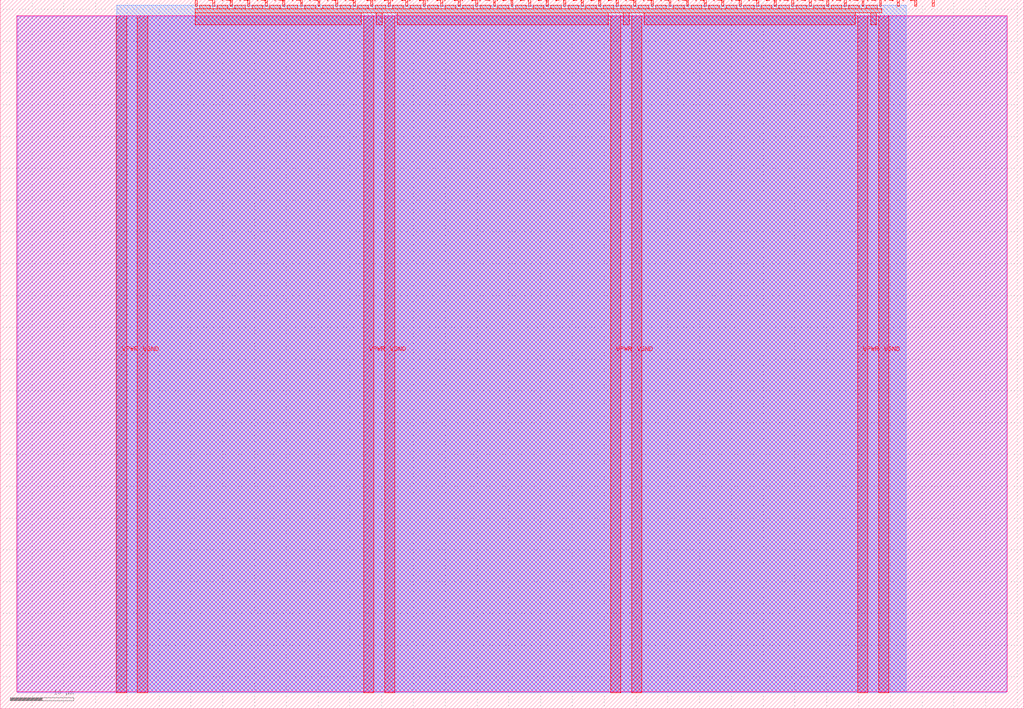
<source format=lef>
VERSION 5.7 ;
  NOWIREEXTENSIONATPIN ON ;
  DIVIDERCHAR "/" ;
  BUSBITCHARS "[]" ;
MACRO tt_um_wokwi_413919492911554561
  CLASS BLOCK ;
  FOREIGN tt_um_wokwi_413919492911554561 ;
  ORIGIN 0.000 0.000 ;
  SIZE 161.000 BY 111.520 ;
  PIN VGND
    DIRECTION INOUT ;
    USE GROUND ;
    PORT
      LAYER met4 ;
        RECT 21.580 2.480 23.180 109.040 ;
    END
    PORT
      LAYER met4 ;
        RECT 60.450 2.480 62.050 109.040 ;
    END
    PORT
      LAYER met4 ;
        RECT 99.320 2.480 100.920 109.040 ;
    END
    PORT
      LAYER met4 ;
        RECT 138.190 2.480 139.790 109.040 ;
    END
  END VGND
  PIN VPWR
    DIRECTION INOUT ;
    USE POWER ;
    PORT
      LAYER met4 ;
        RECT 18.280 2.480 19.880 109.040 ;
    END
    PORT
      LAYER met4 ;
        RECT 57.150 2.480 58.750 109.040 ;
    END
    PORT
      LAYER met4 ;
        RECT 96.020 2.480 97.620 109.040 ;
    END
    PORT
      LAYER met4 ;
        RECT 134.890 2.480 136.490 109.040 ;
    END
  END VPWR
  PIN clk
    DIRECTION INPUT ;
    USE SIGNAL ;
    PORT
      LAYER met4 ;
        RECT 143.830 110.520 144.130 111.520 ;
    END
  END clk
  PIN ena
    DIRECTION INPUT ;
    USE SIGNAL ;
    PORT
      LAYER met4 ;
        RECT 146.590 110.520 146.890 111.520 ;
    END
  END ena
  PIN rst_n
    DIRECTION INPUT ;
    USE SIGNAL ;
    PORT
      LAYER met4 ;
        RECT 141.070 110.520 141.370 111.520 ;
    END
  END rst_n
  PIN ui_in[0]
    DIRECTION INPUT ;
    USE SIGNAL ;
    ANTENNAGATEAREA 0.196500 ;
    PORT
      LAYER met4 ;
        RECT 138.310 110.520 138.610 111.520 ;
    END
  END ui_in[0]
  PIN ui_in[1]
    DIRECTION INPUT ;
    USE SIGNAL ;
    ANTENNAGATEAREA 0.196500 ;
    PORT
      LAYER met4 ;
        RECT 135.550 110.520 135.850 111.520 ;
    END
  END ui_in[1]
  PIN ui_in[2]
    DIRECTION INPUT ;
    USE SIGNAL ;
    ANTENNAGATEAREA 0.196500 ;
    PORT
      LAYER met4 ;
        RECT 132.790 110.520 133.090 111.520 ;
    END
  END ui_in[2]
  PIN ui_in[3]
    DIRECTION INPUT ;
    USE SIGNAL ;
    ANTENNAGATEAREA 0.196500 ;
    PORT
      LAYER met4 ;
        RECT 130.030 110.520 130.330 111.520 ;
    END
  END ui_in[3]
  PIN ui_in[4]
    DIRECTION INPUT ;
    USE SIGNAL ;
    ANTENNAGATEAREA 0.159000 ;
    PORT
      LAYER met4 ;
        RECT 127.270 110.520 127.570 111.520 ;
    END
  END ui_in[4]
  PIN ui_in[5]
    DIRECTION INPUT ;
    USE SIGNAL ;
    ANTENNAGATEAREA 0.159000 ;
    PORT
      LAYER met4 ;
        RECT 124.510 110.520 124.810 111.520 ;
    END
  END ui_in[5]
  PIN ui_in[6]
    DIRECTION INPUT ;
    USE SIGNAL ;
    ANTENNAGATEAREA 0.159000 ;
    PORT
      LAYER met4 ;
        RECT 121.750 110.520 122.050 111.520 ;
    END
  END ui_in[6]
  PIN ui_in[7]
    DIRECTION INPUT ;
    USE SIGNAL ;
    ANTENNAGATEAREA 0.159000 ;
    PORT
      LAYER met4 ;
        RECT 118.990 110.520 119.290 111.520 ;
    END
  END ui_in[7]
  PIN uio_in[0]
    DIRECTION INPUT ;
    USE SIGNAL ;
    PORT
      LAYER met4 ;
        RECT 116.230 110.520 116.530 111.520 ;
    END
  END uio_in[0]
  PIN uio_in[1]
    DIRECTION INPUT ;
    USE SIGNAL ;
    PORT
      LAYER met4 ;
        RECT 113.470 110.520 113.770 111.520 ;
    END
  END uio_in[1]
  PIN uio_in[2]
    DIRECTION INPUT ;
    USE SIGNAL ;
    PORT
      LAYER met4 ;
        RECT 110.710 110.520 111.010 111.520 ;
    END
  END uio_in[2]
  PIN uio_in[3]
    DIRECTION INPUT ;
    USE SIGNAL ;
    PORT
      LAYER met4 ;
        RECT 107.950 110.520 108.250 111.520 ;
    END
  END uio_in[3]
  PIN uio_in[4]
    DIRECTION INPUT ;
    USE SIGNAL ;
    PORT
      LAYER met4 ;
        RECT 105.190 110.520 105.490 111.520 ;
    END
  END uio_in[4]
  PIN uio_in[5]
    DIRECTION INPUT ;
    USE SIGNAL ;
    PORT
      LAYER met4 ;
        RECT 102.430 110.520 102.730 111.520 ;
    END
  END uio_in[5]
  PIN uio_in[6]
    DIRECTION INPUT ;
    USE SIGNAL ;
    PORT
      LAYER met4 ;
        RECT 99.670 110.520 99.970 111.520 ;
    END
  END uio_in[6]
  PIN uio_in[7]
    DIRECTION INPUT ;
    USE SIGNAL ;
    PORT
      LAYER met4 ;
        RECT 96.910 110.520 97.210 111.520 ;
    END
  END uio_in[7]
  PIN uio_oe[0]
    DIRECTION OUTPUT ;
    USE SIGNAL ;
    PORT
      LAYER met4 ;
        RECT 49.990 110.520 50.290 111.520 ;
    END
  END uio_oe[0]
  PIN uio_oe[1]
    DIRECTION OUTPUT ;
    USE SIGNAL ;
    PORT
      LAYER met4 ;
        RECT 47.230 110.520 47.530 111.520 ;
    END
  END uio_oe[1]
  PIN uio_oe[2]
    DIRECTION OUTPUT ;
    USE SIGNAL ;
    PORT
      LAYER met4 ;
        RECT 44.470 110.520 44.770 111.520 ;
    END
  END uio_oe[2]
  PIN uio_oe[3]
    DIRECTION OUTPUT ;
    USE SIGNAL ;
    PORT
      LAYER met4 ;
        RECT 41.710 110.520 42.010 111.520 ;
    END
  END uio_oe[3]
  PIN uio_oe[4]
    DIRECTION OUTPUT ;
    USE SIGNAL ;
    PORT
      LAYER met4 ;
        RECT 38.950 110.520 39.250 111.520 ;
    END
  END uio_oe[4]
  PIN uio_oe[5]
    DIRECTION OUTPUT ;
    USE SIGNAL ;
    PORT
      LAYER met4 ;
        RECT 36.190 110.520 36.490 111.520 ;
    END
  END uio_oe[5]
  PIN uio_oe[6]
    DIRECTION OUTPUT ;
    USE SIGNAL ;
    PORT
      LAYER met4 ;
        RECT 33.430 110.520 33.730 111.520 ;
    END
  END uio_oe[6]
  PIN uio_oe[7]
    DIRECTION OUTPUT ;
    USE SIGNAL ;
    PORT
      LAYER met4 ;
        RECT 30.670 110.520 30.970 111.520 ;
    END
  END uio_oe[7]
  PIN uio_out[0]
    DIRECTION OUTPUT ;
    USE SIGNAL ;
    PORT
      LAYER met4 ;
        RECT 72.070 110.520 72.370 111.520 ;
    END
  END uio_out[0]
  PIN uio_out[1]
    DIRECTION OUTPUT ;
    USE SIGNAL ;
    PORT
      LAYER met4 ;
        RECT 69.310 110.520 69.610 111.520 ;
    END
  END uio_out[1]
  PIN uio_out[2]
    DIRECTION OUTPUT ;
    USE SIGNAL ;
    PORT
      LAYER met4 ;
        RECT 66.550 110.520 66.850 111.520 ;
    END
  END uio_out[2]
  PIN uio_out[3]
    DIRECTION OUTPUT ;
    USE SIGNAL ;
    PORT
      LAYER met4 ;
        RECT 63.790 110.520 64.090 111.520 ;
    END
  END uio_out[3]
  PIN uio_out[4]
    DIRECTION OUTPUT ;
    USE SIGNAL ;
    PORT
      LAYER met4 ;
        RECT 61.030 110.520 61.330 111.520 ;
    END
  END uio_out[4]
  PIN uio_out[5]
    DIRECTION OUTPUT ;
    USE SIGNAL ;
    PORT
      LAYER met4 ;
        RECT 58.270 110.520 58.570 111.520 ;
    END
  END uio_out[5]
  PIN uio_out[6]
    DIRECTION OUTPUT ;
    USE SIGNAL ;
    PORT
      LAYER met4 ;
        RECT 55.510 110.520 55.810 111.520 ;
    END
  END uio_out[6]
  PIN uio_out[7]
    DIRECTION OUTPUT ;
    USE SIGNAL ;
    PORT
      LAYER met4 ;
        RECT 52.750 110.520 53.050 111.520 ;
    END
  END uio_out[7]
  PIN uo_out[0]
    DIRECTION OUTPUT ;
    USE SIGNAL ;
    PORT
      LAYER met4 ;
        RECT 94.150 110.520 94.450 111.520 ;
    END
  END uo_out[0]
  PIN uo_out[1]
    DIRECTION OUTPUT ;
    USE SIGNAL ;
    ANTENNADIFFAREA 0.795200 ;
    PORT
      LAYER met4 ;
        RECT 91.390 110.520 91.690 111.520 ;
    END
  END uo_out[1]
  PIN uo_out[2]
    DIRECTION OUTPUT ;
    USE SIGNAL ;
    PORT
      LAYER met4 ;
        RECT 88.630 110.520 88.930 111.520 ;
    END
  END uo_out[2]
  PIN uo_out[3]
    DIRECTION OUTPUT ;
    USE SIGNAL ;
    PORT
      LAYER met4 ;
        RECT 85.870 110.520 86.170 111.520 ;
    END
  END uo_out[3]
  PIN uo_out[4]
    DIRECTION OUTPUT ;
    USE SIGNAL ;
    ANTENNADIFFAREA 0.445500 ;
    PORT
      LAYER met4 ;
        RECT 83.110 110.520 83.410 111.520 ;
    END
  END uo_out[4]
  PIN uo_out[5]
    DIRECTION OUTPUT ;
    USE SIGNAL ;
    ANTENNADIFFAREA 0.445500 ;
    PORT
      LAYER met4 ;
        RECT 80.350 110.520 80.650 111.520 ;
    END
  END uo_out[5]
  PIN uo_out[6]
    DIRECTION OUTPUT ;
    USE SIGNAL ;
    ANTENNADIFFAREA 0.445500 ;
    PORT
      LAYER met4 ;
        RECT 77.590 110.520 77.890 111.520 ;
    END
  END uo_out[6]
  PIN uo_out[7]
    DIRECTION OUTPUT ;
    USE SIGNAL ;
    ANTENNADIFFAREA 0.445500 ;
    PORT
      LAYER met4 ;
        RECT 74.830 110.520 75.130 111.520 ;
    END
  END uo_out[7]
  OBS
      LAYER nwell ;
        RECT 2.570 2.635 158.430 108.990 ;
      LAYER li1 ;
        RECT 2.760 2.635 158.240 108.885 ;
      LAYER met1 ;
        RECT 2.760 2.480 158.240 109.040 ;
      LAYER met2 ;
        RECT 18.310 2.535 142.510 110.685 ;
      LAYER met3 ;
        RECT 18.290 2.555 142.535 110.665 ;
      LAYER met4 ;
        RECT 31.370 110.120 33.030 110.665 ;
        RECT 34.130 110.120 35.790 110.665 ;
        RECT 36.890 110.120 38.550 110.665 ;
        RECT 39.650 110.120 41.310 110.665 ;
        RECT 42.410 110.120 44.070 110.665 ;
        RECT 45.170 110.120 46.830 110.665 ;
        RECT 47.930 110.120 49.590 110.665 ;
        RECT 50.690 110.120 52.350 110.665 ;
        RECT 53.450 110.120 55.110 110.665 ;
        RECT 56.210 110.120 57.870 110.665 ;
        RECT 58.970 110.120 60.630 110.665 ;
        RECT 61.730 110.120 63.390 110.665 ;
        RECT 64.490 110.120 66.150 110.665 ;
        RECT 67.250 110.120 68.910 110.665 ;
        RECT 70.010 110.120 71.670 110.665 ;
        RECT 72.770 110.120 74.430 110.665 ;
        RECT 75.530 110.120 77.190 110.665 ;
        RECT 78.290 110.120 79.950 110.665 ;
        RECT 81.050 110.120 82.710 110.665 ;
        RECT 83.810 110.120 85.470 110.665 ;
        RECT 86.570 110.120 88.230 110.665 ;
        RECT 89.330 110.120 90.990 110.665 ;
        RECT 92.090 110.120 93.750 110.665 ;
        RECT 94.850 110.120 96.510 110.665 ;
        RECT 97.610 110.120 99.270 110.665 ;
        RECT 100.370 110.120 102.030 110.665 ;
        RECT 103.130 110.120 104.790 110.665 ;
        RECT 105.890 110.120 107.550 110.665 ;
        RECT 108.650 110.120 110.310 110.665 ;
        RECT 111.410 110.120 113.070 110.665 ;
        RECT 114.170 110.120 115.830 110.665 ;
        RECT 116.930 110.120 118.590 110.665 ;
        RECT 119.690 110.120 121.350 110.665 ;
        RECT 122.450 110.120 124.110 110.665 ;
        RECT 125.210 110.120 126.870 110.665 ;
        RECT 127.970 110.120 129.630 110.665 ;
        RECT 130.730 110.120 132.390 110.665 ;
        RECT 133.490 110.120 135.150 110.665 ;
        RECT 136.250 110.120 137.910 110.665 ;
        RECT 30.655 109.440 138.625 110.120 ;
        RECT 30.655 107.615 56.750 109.440 ;
        RECT 59.150 107.615 60.050 109.440 ;
        RECT 62.450 107.615 95.620 109.440 ;
        RECT 98.020 107.615 98.920 109.440 ;
        RECT 101.320 107.615 134.490 109.440 ;
        RECT 136.890 107.615 137.790 109.440 ;
  END
END tt_um_wokwi_413919492911554561
END LIBRARY


</source>
